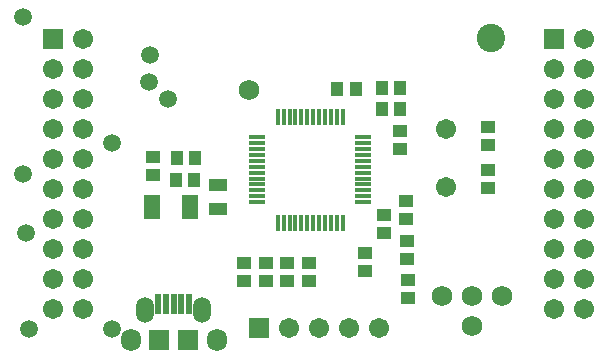
<source format=gts>
G04*
G04 #@! TF.GenerationSoftware,Altium Limited,Altium Designer,19.0.15 (446)*
G04*
G04 Layer_Color=8388736*
%FSLAX24Y24*%
%MOIN*%
G70*
G01*
G75*
%ADD25R,0.0434X0.0474*%
%ADD26R,0.0552X0.0178*%
%ADD27R,0.0178X0.0552*%
%ADD28R,0.0552X0.0178*%
%ADD29R,0.0178X0.0552*%
%ADD30R,0.0474X0.0434*%
%ADD31R,0.0592X0.0434*%
%ADD32R,0.0552X0.0789*%
%ADD33R,0.0671X0.0671*%
%ADD34R,0.0237X0.0710*%
%ADD35C,0.0592*%
%ADD36C,0.0946*%
%ADD37C,0.0680*%
%ADD38C,0.0671*%
%ADD39R,0.0671X0.0671*%
%ADD40O,0.0671X0.0749*%
%ADD41O,0.0592X0.0867*%
D25*
X12062Y8880D02*
D03*
X11452D02*
D03*
X13531Y8188D02*
D03*
X12931D02*
D03*
X13531Y8909D02*
D03*
X12931D02*
D03*
X6081Y5831D02*
D03*
X6681D02*
D03*
X6700Y6550D02*
D03*
X6100D02*
D03*
D26*
X12322Y5289D02*
D03*
Y5092D02*
D03*
Y5486D02*
D03*
Y5683D02*
D03*
Y7258D02*
D03*
Y7061D02*
D03*
Y6864D02*
D03*
Y6667D02*
D03*
Y5880D02*
D03*
X12322Y6076D02*
D03*
X12322Y6470D02*
D03*
X12322Y6273D02*
D03*
D27*
X11633Y4403D02*
D03*
X11239D02*
D03*
X11042Y4403D02*
D03*
X10845D02*
D03*
X10649Y4403D02*
D03*
X10451Y4403D02*
D03*
X10255Y4403D02*
D03*
X10058Y4403D02*
D03*
X9861Y4403D02*
D03*
X9664D02*
D03*
X9467Y4403D02*
D03*
X11436D02*
D03*
D28*
X8778Y5092D02*
D03*
X8778Y5289D02*
D03*
X8778Y5486D02*
D03*
Y5683D02*
D03*
Y5880D02*
D03*
X8778Y6076D02*
D03*
X8778Y6273D02*
D03*
Y6470D02*
D03*
X8778Y6864D02*
D03*
Y7061D02*
D03*
X8778Y7258D02*
D03*
Y6667D02*
D03*
D29*
X9467Y7946D02*
D03*
X9664Y7946D02*
D03*
X9861D02*
D03*
X10058Y7946D02*
D03*
X10255D02*
D03*
X10452Y7946D02*
D03*
X11633Y7946D02*
D03*
X11436Y7946D02*
D03*
X11239D02*
D03*
X11042Y7946D02*
D03*
X10649D02*
D03*
X10845Y7946D02*
D03*
D30*
X13546Y7459D02*
D03*
Y6859D02*
D03*
X13007Y4052D02*
D03*
Y4652D02*
D03*
X13729Y5132D02*
D03*
Y4532D02*
D03*
X16473Y7000D02*
D03*
Y7600D02*
D03*
X16476Y6150D02*
D03*
Y5550D02*
D03*
X13771Y3796D02*
D03*
Y3196D02*
D03*
X13800Y1910D02*
D03*
Y2510D02*
D03*
X5322Y6605D02*
D03*
Y5995D02*
D03*
X9787Y3050D02*
D03*
Y2450D02*
D03*
X8349Y3050D02*
D03*
Y2450D02*
D03*
X9068Y3050D02*
D03*
Y2450D02*
D03*
X10521Y3050D02*
D03*
Y2450D02*
D03*
X12381Y3400D02*
D03*
Y2800D02*
D03*
D31*
X7468Y4850D02*
D03*
Y5677D02*
D03*
D32*
X5281Y4942D02*
D03*
X6541D02*
D03*
D33*
X6468Y491D02*
D03*
X5523D02*
D03*
X8857Y884D02*
D03*
D34*
X5483Y1709D02*
D03*
X5739D02*
D03*
X5995D02*
D03*
X6251D02*
D03*
X6507D02*
D03*
D35*
X3937Y871D02*
D03*
X1163Y850D02*
D03*
X1075Y4073D02*
D03*
X989Y11250D02*
D03*
X5206Y10000D02*
D03*
X3939Y7050D02*
D03*
X989Y6035D02*
D03*
X5800Y8520D02*
D03*
X5189Y9100D02*
D03*
D36*
X16571Y10571D02*
D03*
D37*
X8500Y8824D02*
D03*
X15950Y1950D02*
D03*
Y950D02*
D03*
X16950Y1950D02*
D03*
X14950D02*
D03*
D38*
X18681Y7517D02*
D03*
Y6517D02*
D03*
Y8517D02*
D03*
Y9517D02*
D03*
X19681Y6517D02*
D03*
X19677Y10530D02*
D03*
X19681Y9517D02*
D03*
Y8517D02*
D03*
Y7517D02*
D03*
X18681Y5517D02*
D03*
X19681Y2517D02*
D03*
Y3517D02*
D03*
Y4517D02*
D03*
X19677Y5530D02*
D03*
X19681Y1517D02*
D03*
X18681Y4517D02*
D03*
Y3517D02*
D03*
Y1517D02*
D03*
Y2517D02*
D03*
X1972Y7517D02*
D03*
Y6517D02*
D03*
Y8517D02*
D03*
Y9517D02*
D03*
X2972Y6517D02*
D03*
X2968Y10530D02*
D03*
X2972Y9517D02*
D03*
Y8517D02*
D03*
Y7517D02*
D03*
X1972Y5517D02*
D03*
X2972Y2517D02*
D03*
Y3517D02*
D03*
Y4517D02*
D03*
X2968Y5530D02*
D03*
X2972Y1517D02*
D03*
X1972Y4517D02*
D03*
Y3517D02*
D03*
Y1517D02*
D03*
Y2517D02*
D03*
X15078Y5592D02*
D03*
Y7514D02*
D03*
X11857Y884D02*
D03*
X10857D02*
D03*
X9857Y884D02*
D03*
X12857Y884D02*
D03*
D39*
X18681Y10517D02*
D03*
X1972D02*
D03*
D40*
X7427Y491D02*
D03*
X4573D02*
D03*
D41*
X6955Y1512D02*
D03*
X5045D02*
D03*
M02*

</source>
